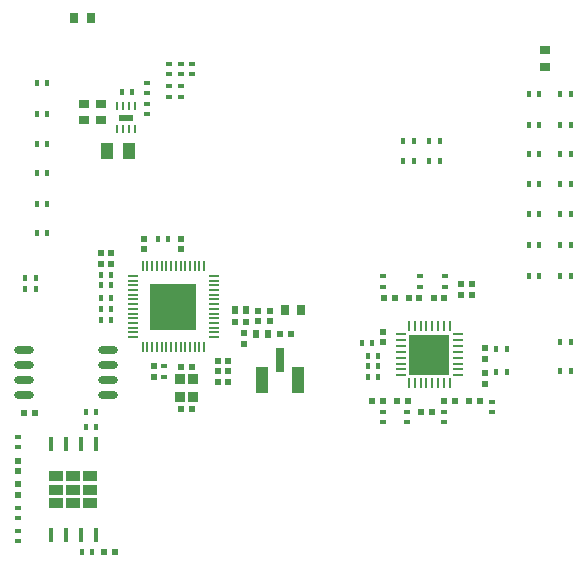
<source format=gtp>
G04*
G04 #@! TF.GenerationSoftware,Altium Limited,Altium Designer,21.0.9 (235)*
G04*
G04 Layer_Color=255*
%FSTAX24Y24*%
%MOIN*%
G70*
G04*
G04 #@! TF.SameCoordinates,C81BF7DB-63EA-445F-9019-DF517AEC57AA*
G04*
G04*
G04 #@! TF.FilePolarity,Positive*
G04*
G01*
G75*
%ADD18R,0.0484X0.0366*%
%ADD19O,0.0669X0.0236*%
%ADD20R,0.0201X0.0201*%
%ADD21R,0.0201X0.0201*%
%ADD22R,0.0236X0.0252*%
%ADD23R,0.0315X0.0787*%
%ADD24R,0.0433X0.0866*%
%ADD25R,0.0217X0.0177*%
%ADD26R,0.0335X0.0374*%
%ADD27R,0.0177X0.0217*%
%ADD28R,0.0335X0.0079*%
%ADD29R,0.1575X0.1575*%
%ADD30R,0.0079X0.0335*%
%ADD31R,0.0295X0.0374*%
%ADD32R,0.0374X0.0295*%
%ADD33R,0.0394X0.0547*%
%ADD34R,0.0472X0.0236*%
%ADD35R,0.0098X0.0295*%
%ADD36R,0.0177X0.0492*%
%ADD37O,0.0098X0.0354*%
%ADD38O,0.0354X0.0098*%
%ADD39R,0.1378X0.1378*%
%ADD40R,0.0256X0.0335*%
%ADD41R,0.0335X0.0256*%
D18*
X028319Y025051D02*
D03*
X027756D02*
D03*
X027193D02*
D03*
X028319Y024607D02*
D03*
X027756D02*
D03*
X027193D02*
D03*
X028319Y024162D02*
D03*
X027756D02*
D03*
X027193D02*
D03*
D19*
X026122Y029254D02*
D03*
Y028754D02*
D03*
Y028254D02*
D03*
Y027754D02*
D03*
X028917Y029254D02*
D03*
Y028754D02*
D03*
Y028254D02*
D03*
Y027754D02*
D03*
D20*
X034331Y030571D02*
D03*
Y030217D02*
D03*
X033937Y030571D02*
D03*
Y030217D02*
D03*
X033465Y029823D02*
D03*
Y029469D02*
D03*
X030439Y028721D02*
D03*
Y028366D02*
D03*
X030118Y032618D02*
D03*
Y032972D02*
D03*
X025906Y024429D02*
D03*
Y024783D02*
D03*
X041053Y031093D02*
D03*
Y031447D02*
D03*
X040699Y031093D02*
D03*
Y031447D02*
D03*
X041486Y028494D02*
D03*
Y02814D02*
D03*
X031339Y032972D02*
D03*
Y032618D02*
D03*
X038093Y029516D02*
D03*
Y029871D02*
D03*
X025906Y025217D02*
D03*
Y025571D02*
D03*
X041486Y029321D02*
D03*
Y028967D02*
D03*
D21*
X033169Y030197D02*
D03*
X033524D02*
D03*
X034665Y029803D02*
D03*
X03502D02*
D03*
X032579Y028898D02*
D03*
X032933D02*
D03*
X032579Y028543D02*
D03*
X032933D02*
D03*
X032579Y028189D02*
D03*
X032933D02*
D03*
X031358Y028701D02*
D03*
X031713D02*
D03*
Y027283D02*
D03*
X031358D02*
D03*
X026476Y027165D02*
D03*
X026122D02*
D03*
X029035Y03248D02*
D03*
X028681D02*
D03*
X029035Y032126D02*
D03*
X028681D02*
D03*
X041309Y027569D02*
D03*
X040955D02*
D03*
X040128D02*
D03*
X040482D02*
D03*
X038907D02*
D03*
X038553D02*
D03*
X038081D02*
D03*
X037726D02*
D03*
X029154Y02252D02*
D03*
X028799D02*
D03*
X03812Y030994D02*
D03*
X038474D02*
D03*
X03935Y027205D02*
D03*
X039705D02*
D03*
X040128Y030994D02*
D03*
X039774D02*
D03*
X039301D02*
D03*
X038947D02*
D03*
D22*
X033535Y030591D02*
D03*
X033157D02*
D03*
X034244Y029803D02*
D03*
X033866D02*
D03*
D23*
X03466Y028933D02*
D03*
D24*
X034069Y028254D02*
D03*
X035251D02*
D03*
D25*
X030799Y028374D02*
D03*
Y028714D02*
D03*
X030236Y037113D02*
D03*
Y037453D02*
D03*
Y037822D02*
D03*
Y038162D02*
D03*
X0381Y031715D02*
D03*
Y031375D02*
D03*
X030945Y038044D02*
D03*
Y037704D02*
D03*
X031339Y038044D02*
D03*
Y037704D02*
D03*
X030945Y038452D02*
D03*
Y038792D02*
D03*
X025906Y026011D02*
D03*
Y026351D02*
D03*
X025906Y023241D02*
D03*
Y022901D02*
D03*
X031339Y038452D02*
D03*
Y038792D02*
D03*
X025906Y023649D02*
D03*
Y023989D02*
D03*
X031732Y038452D02*
D03*
Y038792D02*
D03*
X0381Y026848D02*
D03*
Y027188D02*
D03*
X038888Y026848D02*
D03*
Y027188D02*
D03*
X040108Y026848D02*
D03*
Y027188D02*
D03*
X041722Y027202D02*
D03*
Y027542D02*
D03*
X040148Y031715D02*
D03*
Y031375D02*
D03*
X039321Y031715D02*
D03*
Y031375D02*
D03*
D26*
X031762Y028278D02*
D03*
X031309D02*
D03*
Y027707D02*
D03*
X031762D02*
D03*
D27*
X028176Y027205D02*
D03*
X028516D02*
D03*
X030578Y032953D02*
D03*
X030918D02*
D03*
X028688Y031772D02*
D03*
X029028D02*
D03*
X028688Y031417D02*
D03*
X029028D02*
D03*
X028688Y030984D02*
D03*
X029028D02*
D03*
X028688Y03063D02*
D03*
X029028D02*
D03*
X028688Y030276D02*
D03*
X029028D02*
D03*
X044343Y031732D02*
D03*
X044003D02*
D03*
Y036772D02*
D03*
X044343D02*
D03*
X044003Y037795D02*
D03*
X044343D02*
D03*
X026902Y037126D02*
D03*
X026562D02*
D03*
X026902Y036142D02*
D03*
X026562D02*
D03*
X029737Y037874D02*
D03*
X029397D02*
D03*
X037576Y029065D02*
D03*
X037916D02*
D03*
X028058Y02252D02*
D03*
X028398D02*
D03*
X04328Y036772D02*
D03*
X04294D02*
D03*
X04328Y035787D02*
D03*
X04294D02*
D03*
X04328Y034803D02*
D03*
X04294D02*
D03*
X04328Y03378D02*
D03*
X04294D02*
D03*
X04328Y032756D02*
D03*
X04294D02*
D03*
X04328Y031732D02*
D03*
X04294D02*
D03*
X039107Y035551D02*
D03*
X038767D02*
D03*
X039107Y036234D02*
D03*
X038767D02*
D03*
X044003Y035787D02*
D03*
X044343D02*
D03*
X044003Y032756D02*
D03*
X044343D02*
D03*
X044003Y03378D02*
D03*
X044343D02*
D03*
X044003Y034803D02*
D03*
X044343D02*
D03*
X026509Y031654D02*
D03*
X026169D02*
D03*
X026509Y031299D02*
D03*
X026169D02*
D03*
X037383Y029503D02*
D03*
X037723D02*
D03*
X037916Y028356D02*
D03*
X037576D02*
D03*
X026902Y03815D02*
D03*
X026562D02*
D03*
X026902Y035157D02*
D03*
X026562D02*
D03*
X044343Y029528D02*
D03*
X044003D02*
D03*
X026902Y034134D02*
D03*
X026562D02*
D03*
X044343Y028543D02*
D03*
X044003D02*
D03*
X026902Y03315D02*
D03*
X026562D02*
D03*
X039633Y036234D02*
D03*
X039973D02*
D03*
X039633Y035551D02*
D03*
X039973D02*
D03*
X04328Y037795D02*
D03*
X04294D02*
D03*
X028516Y026693D02*
D03*
X028176D02*
D03*
X037576Y028711D02*
D03*
X037916D02*
D03*
X042207Y028514D02*
D03*
X041867D02*
D03*
X042207Y029301D02*
D03*
X041867D02*
D03*
D28*
X032441Y031732D02*
D03*
Y031575D02*
D03*
Y031417D02*
D03*
X029764Y029685D02*
D03*
Y029843D02*
D03*
Y03D02*
D03*
Y030157D02*
D03*
Y030315D02*
D03*
Y030472D02*
D03*
Y03063D02*
D03*
Y030787D02*
D03*
Y030945D02*
D03*
Y031102D02*
D03*
Y03126D02*
D03*
Y031417D02*
D03*
Y031575D02*
D03*
Y031732D02*
D03*
X032441Y03126D02*
D03*
Y031102D02*
D03*
Y030945D02*
D03*
Y030787D02*
D03*
Y03063D02*
D03*
Y030472D02*
D03*
Y030315D02*
D03*
Y030157D02*
D03*
Y03D02*
D03*
Y029843D02*
D03*
Y029685D02*
D03*
D29*
X031102Y030709D02*
D03*
D30*
X032126Y02937D02*
D03*
X031969D02*
D03*
X031811D02*
D03*
X031654D02*
D03*
X031496D02*
D03*
X031339D02*
D03*
X031181D02*
D03*
X031024D02*
D03*
X030866D02*
D03*
X030709D02*
D03*
X030551D02*
D03*
X030394D02*
D03*
X030236D02*
D03*
X030079D02*
D03*
Y032047D02*
D03*
X030236D02*
D03*
X030394D02*
D03*
X030551D02*
D03*
X030709D02*
D03*
X030866D02*
D03*
X031024D02*
D03*
X031181D02*
D03*
X031339D02*
D03*
X031496D02*
D03*
X031654D02*
D03*
X031811D02*
D03*
X031969D02*
D03*
X032126D02*
D03*
D31*
X034813Y030591D02*
D03*
X035344D02*
D03*
D32*
X028701Y036939D02*
D03*
Y03747D02*
D03*
X02811D02*
D03*
Y036939D02*
D03*
D33*
X028886Y035906D02*
D03*
X029618D02*
D03*
D34*
X029528Y037008D02*
D03*
D35*
X029823Y037388D02*
D03*
X029626D02*
D03*
X029429D02*
D03*
X029232D02*
D03*
X029823Y036628D02*
D03*
X029626D02*
D03*
X029429D02*
D03*
X029232D02*
D03*
D36*
X028506Y02613D02*
D03*
X028006D02*
D03*
X027506D02*
D03*
X027006D02*
D03*
X028506Y023083D02*
D03*
X028006D02*
D03*
X027506D02*
D03*
X027006D02*
D03*
D37*
X038947Y028159D02*
D03*
X039144D02*
D03*
X039341D02*
D03*
X039537D02*
D03*
X039734D02*
D03*
X039931D02*
D03*
X040128D02*
D03*
X040325D02*
D03*
Y030049D02*
D03*
X040128D02*
D03*
X039931D02*
D03*
X039734D02*
D03*
X039537D02*
D03*
X039341D02*
D03*
X039144D02*
D03*
X038947D02*
D03*
D38*
X040581Y028415D02*
D03*
Y028612D02*
D03*
Y028809D02*
D03*
Y029006D02*
D03*
Y029203D02*
D03*
Y0294D02*
D03*
Y029596D02*
D03*
Y029793D02*
D03*
X038691D02*
D03*
Y029596D02*
D03*
Y0294D02*
D03*
Y029203D02*
D03*
Y029006D02*
D03*
Y028809D02*
D03*
Y028612D02*
D03*
Y028415D02*
D03*
D39*
X039636Y029104D02*
D03*
D40*
X028346Y040315D02*
D03*
X027795D02*
D03*
D41*
X043504Y038701D02*
D03*
Y039252D02*
D03*
M02*

</source>
